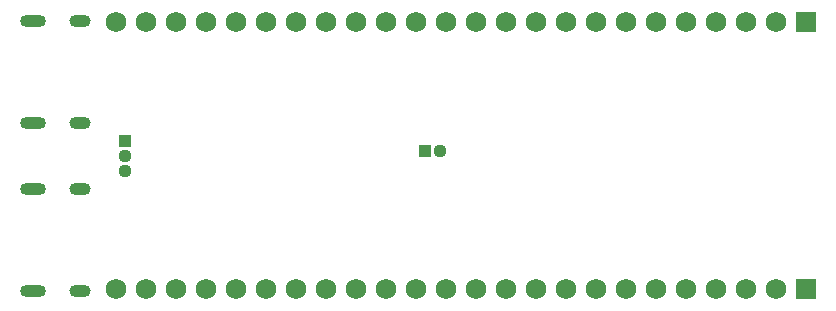
<source format=gbs>
G04*
G04 #@! TF.GenerationSoftware,Altium Limited,Altium Designer,24.10.1 (45)*
G04*
G04 Layer_Color=16711935*
%FSLAX25Y25*%
%MOIN*%
G70*
G04*
G04 #@! TF.SameCoordinates,D3134D55-57E6-493F-9EDF-3C94872CC342*
G04*
G04*
G04 #@! TF.FilePolarity,Negative*
G04*
G01*
G75*
G04:AMPARAMS|DCode=47|XSize=39.37mil|YSize=86.61mil|CornerRadius=19.68mil|HoleSize=0mil|Usage=FLASHONLY|Rotation=270.000|XOffset=0mil|YOffset=0mil|HoleType=Round|Shape=RoundedRectangle|*
%AMROUNDEDRECTD47*
21,1,0.03937,0.04724,0,0,270.0*
21,1,0.00000,0.08661,0,0,270.0*
1,1,0.03937,-0.02362,0.00000*
1,1,0.03937,-0.02362,0.00000*
1,1,0.03937,0.02362,0.00000*
1,1,0.03937,0.02362,0.00000*
%
%ADD47ROUNDEDRECTD47*%
G04:AMPARAMS|DCode=48|XSize=39.37mil|YSize=70.87mil|CornerRadius=19.68mil|HoleSize=0mil|Usage=FLASHONLY|Rotation=270.000|XOffset=0mil|YOffset=0mil|HoleType=Round|Shape=RoundedRectangle|*
%AMROUNDEDRECTD48*
21,1,0.03937,0.03150,0,0,270.0*
21,1,0.00000,0.07087,0,0,270.0*
1,1,0.03937,-0.01575,0.00000*
1,1,0.03937,-0.01575,0.00000*
1,1,0.03937,0.01575,0.00000*
1,1,0.03937,0.01575,0.00000*
%
%ADD48ROUNDEDRECTD48*%
%ADD49C,0.06800*%
%ADD50R,0.06800X0.06800*%
%ADD51R,0.04400X0.04400*%
%ADD52C,0.04400*%
%ADD53R,0.04400X0.04400*%
D47*
X6752Y95000D02*
D03*
Y60984D02*
D03*
Y5000D02*
D03*
Y39016D02*
D03*
D48*
X22500Y95000D02*
D03*
Y60984D02*
D03*
Y5000D02*
D03*
Y39016D02*
D03*
D49*
X34500Y94500D02*
D03*
X44500D02*
D03*
X54500D02*
D03*
X64500D02*
D03*
X74500D02*
D03*
X84500D02*
D03*
X94500D02*
D03*
X104500D02*
D03*
X114500D02*
D03*
X124500D02*
D03*
X134500D02*
D03*
X144500D02*
D03*
X154500D02*
D03*
X164500D02*
D03*
X174500D02*
D03*
X184500D02*
D03*
X194500D02*
D03*
X204500D02*
D03*
X214500D02*
D03*
X224500D02*
D03*
X234500D02*
D03*
X244500D02*
D03*
X254500D02*
D03*
Y5500D02*
D03*
X244500D02*
D03*
X234500D02*
D03*
X224500D02*
D03*
X214500D02*
D03*
X204500D02*
D03*
X194500D02*
D03*
X184500D02*
D03*
X174500D02*
D03*
X164500D02*
D03*
X154500D02*
D03*
X144500D02*
D03*
X134500D02*
D03*
X124500D02*
D03*
X114500D02*
D03*
X104500D02*
D03*
X94500D02*
D03*
X84500D02*
D03*
X74500D02*
D03*
X64500D02*
D03*
X54500D02*
D03*
X44500D02*
D03*
X34500D02*
D03*
D50*
X264500Y94500D02*
D03*
Y5500D02*
D03*
D51*
X137600Y51600D02*
D03*
D52*
X142600D02*
D03*
X37500Y45000D02*
D03*
Y50000D02*
D03*
D53*
Y55000D02*
D03*
M02*

</source>
